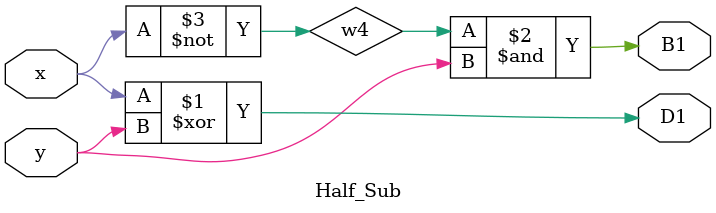
<source format=v>
`timescale 1ns / 1ps


module FSub_HSub(
output D,
output B_out,
input A,
input B,
input C
 );
 wire w1,w2,w3;
 Half_Sub u1(w1,w2,A,B);
 Half_Sub u2(D,w3,w1,C);
 or g1(B_out,w2,w3);
endmodule

module Half_Sub(
output D1,
output B1,
input x,
input y);
wire w4;
xor g1(D1,x,y);
not g2(w4,x);
and g3(B1,w4,y);
endmodule

</source>
